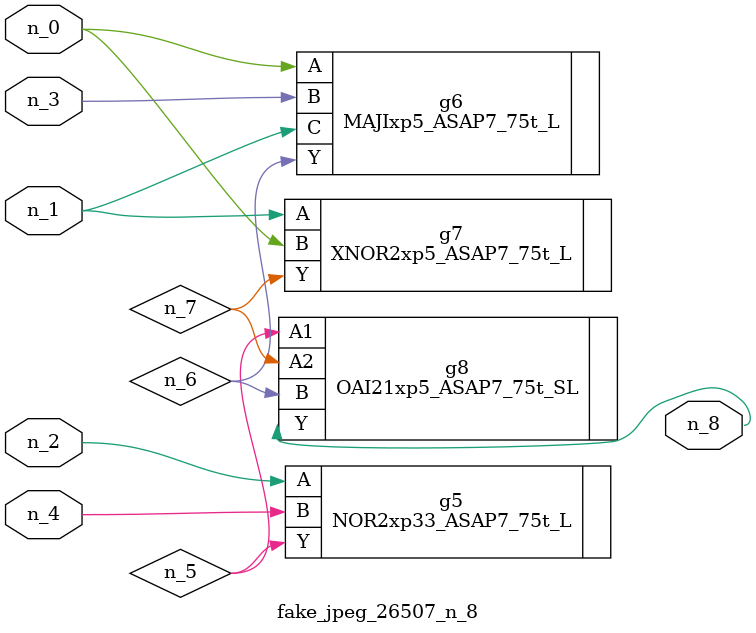
<source format=v>
module fake_jpeg_26507_n_8 (n_3, n_2, n_1, n_0, n_4, n_8);

input n_3;
input n_2;
input n_1;
input n_0;
input n_4;

output n_8;

wire n_6;
wire n_5;
wire n_7;

NOR2xp33_ASAP7_75t_L g5 ( 
.A(n_2),
.B(n_4),
.Y(n_5)
);

MAJIxp5_ASAP7_75t_L g6 ( 
.A(n_0),
.B(n_3),
.C(n_1),
.Y(n_6)
);

XNOR2xp5_ASAP7_75t_L g7 ( 
.A(n_1),
.B(n_0),
.Y(n_7)
);

OAI21xp5_ASAP7_75t_SL g8 ( 
.A1(n_5),
.A2(n_7),
.B(n_6),
.Y(n_8)
);


endmodule
</source>
